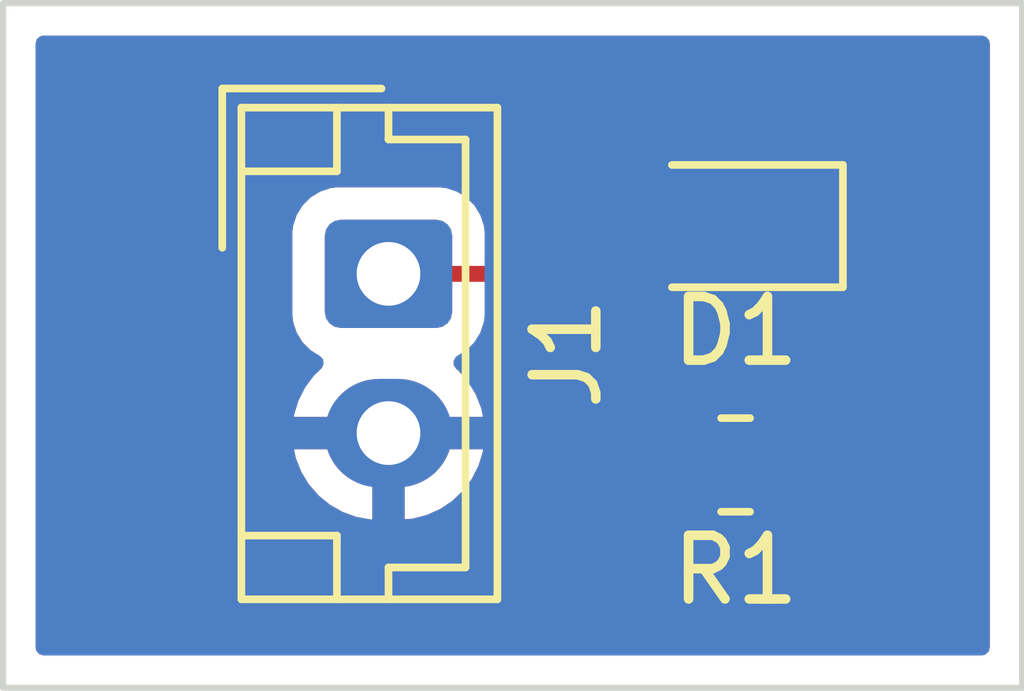
<source format=kicad_pcb>
(kicad_pcb (version 20211014) (generator pcbnew)
  (layers (0 "F.Cu" signal) (31 "B.Cu" signal) (34 "B.Paste" user) (35 "F.Paste" user) (36 "B.SilkS" user "B.Silkscreen") (37 "F.SilkS" user "F.Silkscreen") (38 "B.Mask" user) (39 "F.Mask" user) (44 "Edge.Cuts" user))
  (net 0 "")
  (net 1 "Net-(D1-Pad1)")
  (net 2 "+5V")
  (net 3 "GND")
  (footprint "LED_SMD:LED_0805_2012Metric" (layer "F.Cu") (at 57.25 47.5 180)
    (fp_text reference "D1" (at 0 -1.65) (layer "F.SilkS"))
    (fp_text value "LED")
    (fp_line (start 1 -0.96) (end -1.685 -0.96) (layer "F.SilkS") (width 0.12))
    (fp_line (start -1.685 -0.96) (end -1.685 0.96) (layer "F.SilkS") (width 0.12))
    (fp_line (start -1.685 0.96) (end 1 0.96) (layer "F.SilkS") (width 0.12))
    (pad "1" smd roundrect (at -0.9375 0 180) (size 0.975 1.4) (layers "F.Cu" "F.Paste" "F.Mask") (net 1 "Net-(D1-Pad1)"))
    (pad "2" smd roundrect (at 0.9375 0 180) (size 0.975 1.4) (layers "F.Cu" "F.Paste" "F.Mask") (net 2 "+5V"))
  )
  (footprint "Connector_JST:JST_EH_B2B-EH-A_1x02_P2.50mm_Vertical" (layer "F.Cu") (at 51.8 48.25 -90)
    (fp_text reference "J1" (at 1.25 -2.8 90) (layer "F.SilkS"))
    (fp_text value "Conn_01x02")
    (fp_line (start -1.61 0.81) (end -1.61 2.31) (layer "F.SilkS") (width 0.12))
    (fp_line (start 5.11 -1.71) (end -2.61 -1.71) (layer "F.SilkS") (width 0.12))
    (fp_line (start 5.11 2.31) (end 5.11 -1.71) (layer "F.SilkS") (width 0.12))
    (fp_line (start 4.11 0.81) (end 4.11 2.31) (layer "F.SilkS") (width 0.12))
    (fp_line (start -2.91 2.61) (end -0.41 2.61) (layer "F.SilkS") (width 0.12))
    (fp_line (start -2.11 0) (end -2.11 -1.21) (layer "F.SilkS") (width 0.12))
    (fp_line (start -2.61 2.31) (end 5.11 2.31) (layer "F.SilkS") (width 0.12))
    (fp_line (start 5.11 0.81) (end 4.11 0.81) (layer "F.SilkS") (width 0.12))
    (fp_line (start 4.61 -1.21) (end 4.61 0) (layer "F.SilkS") (width 0.12))
    (fp_line (start -2.61 -1.71) (end -2.61 2.31) (layer "F.SilkS") (width 0.12))
    (fp_line (start -2.11 -1.21) (end 4.61 -1.21) (layer "F.SilkS") (width 0.12))
    (fp_line (start -2.91 0.11) (end -2.91 2.61) (layer "F.SilkS") (width 0.12))
    (fp_line (start -2.61 0.81) (end -1.61 0.81) (layer "F.SilkS") (width 0.12))
    (fp_line (start 4.61 0) (end 5.11 0) (layer "F.SilkS") (width 0.12))
    (fp_line (start -2.61 0) (end -2.11 0) (layer "F.SilkS") (width 0.12))
    (pad "1" thru_hole roundrect (at 0 0 270) (size 1.7 2) (drill 1) (layers *.Cu *.Mask) (roundrect_rratio 0.1470588235) (net 2 "+5V"))
    (pad "2" thru_hole oval (at 2.5 0 270) (size 1.7 2) (drill 1) (layers *.Cu *.Mask) (net 3 "GND"))
  )
  (footprint "Resistor_SMD:R_0805_2012Metric_Pad1.20x1.40mm_HandSolder" (layer "F.Cu") (at 57.25 51.25 180)
    (fp_text reference "R1" (at 0 -1.65) (layer "F.SilkS"))
    (fp_text value "R")
    (fp_line (start -0.227064 -0.735) (end 0.227064 -0.735) (layer "F.SilkS") (width 0.12))
    (fp_line (start -0.227064 0.735) (end 0.227064 0.735) (layer "F.SilkS") (width 0.12))
    (pad "1" smd roundrect (at -1 0 180) (size 1.2 1.4) (layers "F.Cu" "F.Paste" "F.Mask") (roundrect_rratio 0.2083333333) (net 1 "Net-(D1-Pad1)"))
    (pad "2" smd roundrect (at 1 0 180) (size 1.2 1.4) (layers "F.Cu" "F.Paste" "F.Mask") (roundrect_rratio 0.2083333333) (net 3 "GND"))
  )
  (gr_rect (start 61.75 54.75) (end 45.75 44) (layer "Edge.Cuts") (width 0.1) (fill none))
  (segment (start 58.1875 47.5) (end 58.1875 51.1875) (width 0.25) (layer "F.Cu") (net 1))
  (segment (start 58.1875 51.1875) (end 58.25 51.25) (width 0.25) (layer "F.Cu") (net 1))
  (segment (start 55.5625 48.25) (end 56.3125 47.5) (width 0.25) (layer "F.Cu") (net 2))
  (segment (start 51.8 48.25) (end 55.5625 48.25) (width 0.25) (layer "F.Cu") (net 2))
  (segment (start 56.25 51.25) (end 55.75 50.75) (width 0.25) (layer "F.Cu") (net 3))
  (segment (start 55.75 50.75) (end 51.8 50.75) (width 0.25) (layer "F.Cu") (net 3))
  (zone (net 3) (net_name "GND") (layers F&B.Cu) (connect_pads (clearance 0.508)) (min_thickness 0.254) (fill yes (thermal_gap 0.508) (thermal_bridge_width 0.508))
    (polygon (pts (xy 61.75 54.75) (xy 45.75 54.75) (xy 45.75 44) (xy 61.75 44)))
  )
)
</source>
